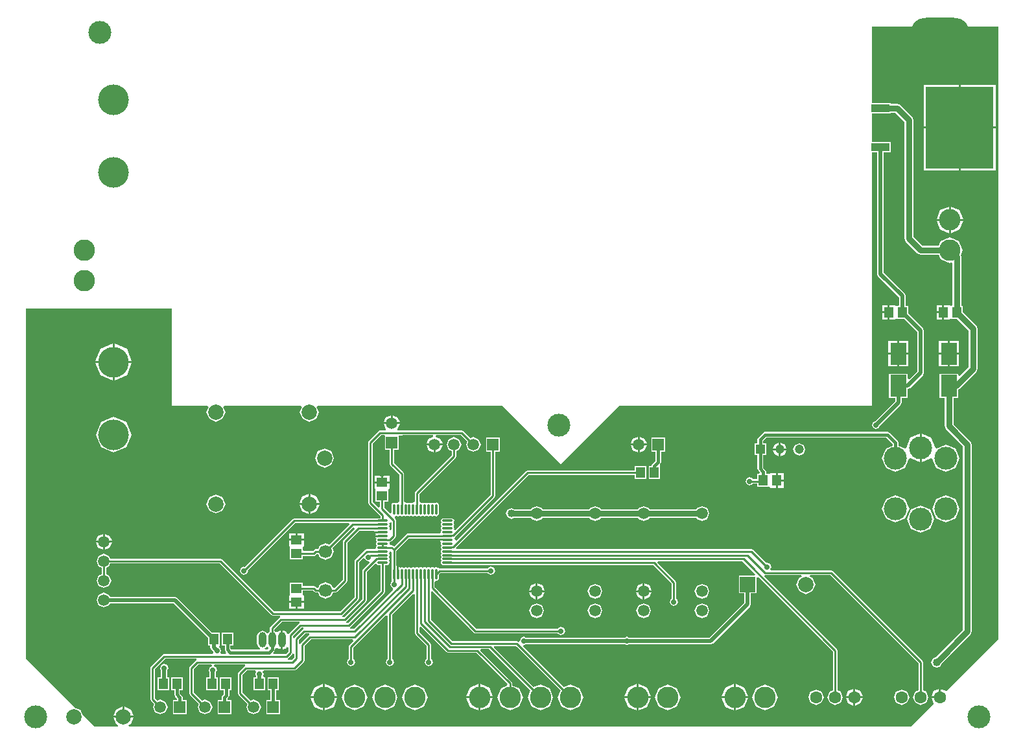
<source format=gtl>
%FSTAX25Y25*%
%MOIN*%
G70*
G01*
G75*
G04 Layer_Physical_Order=1*
G04 Layer_Color=255*
%ADD10R,0.04724X0.05512*%
%ADD11R,0.35039X0.41929*%
%ADD12R,0.09449X0.04134*%
%ADD13R,0.05512X0.04724*%
%ADD14R,0.08465X0.11221*%
%ADD15O,0.01181X0.05709*%
%ADD16O,0.05709X0.01181*%
%ADD17C,0.01000*%
%ADD18C,0.01500*%
%ADD19C,0.03000*%
%ADD20C,0.02000*%
%ADD21C,0.11811*%
%ADD22C,0.11000*%
%ADD23C,0.06693*%
%ADD24O,0.03937X0.07874*%
%ADD25O,0.03937X0.07874*%
%ADD26C,0.07874*%
%ADD27R,0.04724X0.04724*%
%ADD28C,0.04724*%
%ADD29C,0.15748*%
%ADD30C,0.05906*%
%ADD31R,0.05906X0.05906*%
%ADD32R,0.07874X0.07874*%
%ADD33R,0.05906X0.05906*%
%ADD34O,0.30000X0.15000*%
%ADD35C,0.06299*%
%ADD36C,0.05000*%
%ADD37C,0.04000*%
%ADD38C,0.02756*%
G36*
X051Y005D02*
X048315Y002315D01*
X0483018Y0023176D01*
X0480342Y0024284D01*
Y002D01*
X0479843D01*
Y00195D01*
X0475558D01*
X0476667Y0016824D01*
X0476693Y0016693D01*
X0473Y0013D01*
X0465Y0005D01*
X006288D01*
X0062724Y0005785D01*
X0063779Y0006221D01*
X0065137Y00095D01*
X0054863D01*
X0056221Y0006221D01*
X0057276Y0005785D01*
X005712Y0005D01*
X0045D01*
X003884Y001116D01*
X0037882Y0013473D01*
X003557Y001443D01*
X0034Y0016D01*
X001Y004D01*
Y022D01*
X0085D01*
Y017D01*
X0103351D01*
X0103796Y0169335D01*
X0102672Y0166622D01*
X010411Y0163149D01*
X0107583Y0161711D01*
X0111055Y0163149D01*
X0112494Y0166622D01*
X011137Y0169335D01*
X0111814Y017D01*
X0151383D01*
X0151827Y0169335D01*
X0150703Y0166622D01*
X0152142Y0163149D01*
X0155614Y0161711D01*
X0159087Y0163149D01*
X0160525Y0166622D01*
X0159401Y0169335D01*
X0159846Y017D01*
X0255D01*
X026Y0165D01*
X0285Y014D01*
X0315Y017D01*
X0445D01*
Y0300333D01*
X0447497D01*
Y0237772D01*
X0448004Y0236547D01*
X0458811Y0225739D01*
Y0221921D01*
X0458246Y0221356D01*
X0457619D01*
X0457581Y0221356D01*
X0456819Y0221447D01*
Y0221756D01*
X0453957D01*
Y0218D01*
Y0214244D01*
X0456819D01*
Y0214553D01*
X0456819D01*
X0457581Y0214644D01*
X0457619Y0214644D01*
X046145D01*
X0468268Y0207826D01*
Y0187717D01*
X0464071Y018352D01*
X0463332Y0183827D01*
Y0186442D01*
X0453668D01*
Y0174022D01*
X0456768D01*
Y0172217D01*
X0446474Y0161923D01*
X0445486Y0161514D01*
X0444859Y016D01*
X0445486Y0158486D01*
X0447Y0157859D01*
X0448514Y0158486D01*
X0448923Y0159474D01*
X0459725Y0170275D01*
X0460232Y01715D01*
X0460232Y01715D01*
Y0174022D01*
X0463332D01*
Y0178542D01*
X0464457Y0179008D01*
X0471225Y0185775D01*
X0471732Y0187D01*
Y0208543D01*
X0471225Y0209768D01*
X0463506Y0217487D01*
Y0221356D01*
X0462275D01*
Y0226457D01*
X0461768Y0227681D01*
X045096Y0238489D01*
Y0300333D01*
X0454553D01*
Y0305667D01*
X0445D01*
Y0320333D01*
X0454553D01*
Y0320727D01*
X0457058D01*
X0461727Y0316058D01*
Y0256D01*
X0462393Y0254393D01*
X0468393Y0248393D01*
X047Y0247727D01*
X0479339D01*
X0480331Y0245331D01*
X0485Y0243397D01*
X0485605Y0243648D01*
X048627Y0243203D01*
Y0221921D01*
X0485841Y0221493D01*
X0485605Y0221414D01*
X0484819Y0221756D01*
Y0221756D01*
X0481957D01*
Y0218D01*
Y0214244D01*
X0484819D01*
Y0214553D01*
X0484819D01*
X0485581Y0214644D01*
X0485619Y0214644D01*
X0488685D01*
X0494727Y0208602D01*
Y0189942D01*
X0490071Y0185286D01*
X0489332Y0185592D01*
Y0186442D01*
X0479668D01*
Y0174022D01*
X0482227D01*
Y01595D01*
X0482893Y0157893D01*
X0491727Y0149058D01*
Y0054784D01*
X0477474Y0040531D01*
X0476167Y003999D01*
X0475343Y0038D01*
X0476167Y003601D01*
X0478158Y0035186D01*
X0480147Y003601D01*
X0480689Y0037317D01*
X0495607Y0052235D01*
X0496273Y0053843D01*
X0496273Y0053843D01*
Y015D01*
X0495607Y0151607D01*
X0486773Y0160442D01*
Y0174022D01*
X0489332D01*
Y0178415D01*
X048984Y0178625D01*
X0498607Y0187393D01*
X0499273Y0189D01*
Y0209543D01*
X0499273Y0209543D01*
X0498607Y0211151D01*
X0491505Y0218252D01*
Y0221356D01*
X0490816D01*
Y0246457D01*
X0490816Y0246457D01*
X0490476Y0247279D01*
X0491603Y025D01*
X0489669Y0254669D01*
X0485Y0256603D01*
X0480331Y0254669D01*
X0479339Y0252273D01*
X0470942D01*
X0466273Y0256942D01*
Y0317D01*
X0465607Y0318607D01*
X0459607Y0324607D01*
X0458Y0325273D01*
X0454553D01*
Y0325667D01*
X0445D01*
Y0365D01*
X0473481D01*
X0473926Y0364335D01*
X0472959Y0362D01*
X0475021Y0357021D01*
X048Y0354959D01*
X0484979Y0357021D01*
X0487042Y0362D01*
X0486074Y0364335D01*
X0486519Y0365D01*
X051D01*
Y005D01*
D02*
G37*
%LPC*%
G36*
X0081Y0037141D02*
X0079486Y0036514D01*
X0078859Y0035D01*
X0079268Y0034012D01*
Y0030356D01*
X0077494D01*
Y0023644D01*
X0083419D01*
Y0030356D01*
X0082732D01*
Y0034012D01*
X0083141Y0035D01*
X0082514Y0036514D01*
X0081Y0037141D01*
D02*
G37*
G36*
X0479343Y0024284D02*
X0476667Y0023176D01*
X0475558Y00205D01*
X0479343D01*
Y0024284D01*
D02*
G37*
G36*
X0436342D02*
Y00205D01*
X0440127D01*
X0439018Y0023176D01*
X0436342Y0024284D01*
D02*
G37*
G36*
X00495Y00995D02*
X0045929D01*
X0046975Y0096975D01*
X00495Y0095929D01*
Y00995D01*
D02*
G37*
G36*
X0152756Y0068457D02*
X01495D01*
Y0065595D01*
X0152756D01*
Y0068457D01*
D02*
G37*
G36*
X01485D02*
X0145244D01*
Y0065595D01*
X01485D01*
Y0068457D01*
D02*
G37*
G36*
X0324909Y0026828D02*
Y00205D01*
X0331238D01*
X0329384Y0024975D01*
X0324909Y0026828D01*
D02*
G37*
G36*
X0323909D02*
X0319435Y0024975D01*
X0317581Y00205D01*
X0323909D01*
Y0026828D01*
D02*
G37*
G36*
X0243728D02*
Y00205D01*
X0250057D01*
X0248203Y0024975D01*
X0243728Y0026828D01*
D02*
G37*
G36*
X0435343Y0024284D02*
X0432667Y0023176D01*
X0431558Y00205D01*
X0435343D01*
Y0024284D01*
D02*
G37*
G36*
X0374909Y0026828D02*
Y00205D01*
X0381238D01*
X0379384Y0024975D01*
X0374909Y0026828D01*
D02*
G37*
G36*
X0373909D02*
X0369435Y0024975D01*
X0367581Y00205D01*
X0373909D01*
Y0026828D01*
D02*
G37*
G36*
X0155114Y0118878D02*
X0150477D01*
X0151836Y0115599D01*
X0155114Y0114241D01*
Y0118878D01*
D02*
G37*
G36*
X0482945Y0124096D02*
X0477966Y0122034D01*
X0475904Y0117055D01*
X0477966Y0112076D01*
X0482945Y0110013D01*
X0487924Y0112076D01*
X0489987Y0117055D01*
X0487924Y0122034D01*
X0482945Y0124096D01*
D02*
G37*
G36*
X0457055D02*
X0452076Y0122034D01*
X0450013Y0117055D01*
X0452076Y0112076D01*
X0457055Y0110013D01*
X0462034Y0112076D01*
X0464096Y0117055D01*
X0462034Y0122034D01*
X0457055Y0124096D01*
D02*
G37*
G36*
X03575Y0118345D02*
X0354781Y0117219D01*
X0354596Y0116773D01*
X0330404D01*
X0330219Y0117219D01*
X03275Y0118345D01*
X0324781Y0117219D01*
X0324596Y0116773D01*
X0305404D01*
X0305219Y0117219D01*
X03025Y0118345D01*
X0299781Y0117219D01*
X0299596Y0116773D01*
X0275404D01*
X0275219Y0117219D01*
X02725Y0118345D01*
X0269781Y0117219D01*
X0269596Y0116773D01*
X0260806D01*
X02595Y0117314D01*
X025751Y011649D01*
X0256686Y01145D01*
X025751Y011251D01*
X02595Y0111686D01*
X0260806Y0112227D01*
X0269596D01*
X0269781Y0111781D01*
X02725Y0110655D01*
X0275219Y0111781D01*
X0275404Y0112227D01*
X0299596D01*
X0299781Y0111781D01*
X03025Y0110655D01*
X0305219Y0111781D01*
X0305404Y0112227D01*
X0324596D01*
X0324781Y0111781D01*
X03275Y0110655D01*
X0330219Y0111781D01*
X0330404Y0112227D01*
X0354596D01*
X0354781Y0111781D01*
X03575Y0110655D01*
X0360219Y0111781D01*
X0361345Y01145D01*
X0360219Y0117219D01*
X03575Y0118345D01*
D02*
G37*
G36*
X0107583Y0124289D02*
X010411Y012285D01*
X0102672Y0119378D01*
X010411Y0115905D01*
X0107583Y0114467D01*
X0111055Y0115905D01*
X0112494Y0119378D01*
X0111055Y012285D01*
X0107583Y0124289D01*
D02*
G37*
G36*
X0160751Y0118878D02*
X0156114D01*
Y0114241D01*
X0159393Y0115599D01*
X0160751Y0118878D01*
D02*
G37*
G36*
X00505Y0104071D02*
Y01005D01*
X0054071D01*
X0053025Y0103025D01*
X00505Y0104071D01*
D02*
G37*
G36*
X00495D02*
X0046975Y0103025D01*
X0045929Y01005D01*
X00495D01*
Y0104071D01*
D02*
G37*
G36*
X0054071Y00995D02*
X00505D01*
Y0095929D01*
X0053025Y0096975D01*
X0054071Y00995D01*
D02*
G37*
G36*
X047Y0118734D02*
X0465021Y0116672D01*
X0462958Y0111693D01*
X0465021Y0106714D01*
X047Y0104651D01*
X0474979Y0106714D01*
X0477041Y0111693D01*
X0474979Y0116672D01*
X047Y0118734D01*
D02*
G37*
G36*
X0152756Y0104405D02*
X01495D01*
Y0101543D01*
X0152756D01*
Y0104405D01*
D02*
G37*
G36*
X01485D02*
X0145244D01*
Y0101543D01*
X01485D01*
Y0104405D01*
D02*
G37*
G36*
X0242728Y0026828D02*
X0238253Y0024975D01*
X02364Y00205D01*
X0242728D01*
Y0026828D01*
D02*
G37*
G36*
X0250057Y00195D02*
X0243728D01*
Y0013172D01*
X0248203Y0015025D01*
X0250057Y00195D01*
D02*
G37*
G36*
X0242728D02*
X02364D01*
X0238253Y0015025D01*
X0242728Y0013172D01*
Y00195D01*
D02*
G37*
G36*
X0170057D02*
X0163728D01*
Y0013172D01*
X0168203Y0015025D01*
X0170057Y00195D01*
D02*
G37*
G36*
X0373909D02*
X0367581D01*
X0369435Y0015025D01*
X0373909Y0013172D01*
Y00195D01*
D02*
G37*
G36*
X0331238D02*
X0324909D01*
Y0013172D01*
X0329384Y0015025D01*
X0331238Y00195D01*
D02*
G37*
G36*
X0323909D02*
X0317581D01*
X0319435Y0015025D01*
X0323909Y0013172D01*
Y00195D01*
D02*
G37*
G36*
X0090505Y0030356D02*
X0084581D01*
Y0023644D01*
X0086082D01*
Y0021457D01*
X0086082Y0021457D01*
X008651Y0020424D01*
X0087539Y0019395D01*
Y0018553D01*
X0085447D01*
Y0011447D01*
X0092553D01*
Y0018553D01*
X0090461D01*
Y002D01*
X0090461Y002D01*
X0090033Y0021033D01*
X0089004Y0022062D01*
Y0023644D01*
X0090505D01*
Y0030356D01*
D02*
G37*
G36*
X00605Y0015137D02*
Y00105D01*
X0065137D01*
X0063779Y0013779D01*
X00605Y0015137D01*
D02*
G37*
G36*
X00595D02*
X0056221Y0013779D01*
X0054863Y00105D01*
X00595D01*
Y0015137D01*
D02*
G37*
G36*
X0162728Y00195D02*
X01564D01*
X0158254Y0015025D01*
X0162728Y0013172D01*
Y00195D01*
D02*
G37*
G36*
X0140006Y0030356D02*
X0134081D01*
Y0023644D01*
X0135539D01*
Y0018553D01*
X0133447D01*
Y0011447D01*
X0140553D01*
Y0018553D01*
X0138461D01*
Y0023644D01*
X0140006D01*
Y0030356D01*
D02*
G37*
G36*
X0115506D02*
X0109581D01*
Y0023644D01*
X0111539D01*
Y0021605D01*
X0110967Y0021033D01*
X0110539Y002D01*
X0110539Y002D01*
Y0018553D01*
X0108447D01*
Y0011447D01*
X0115553D01*
Y0018553D01*
X0113461D01*
Y0019395D01*
X0114033Y0019967D01*
X0114033Y0019967D01*
X0114461Y0021D01*
Y0023644D01*
X0115506D01*
Y0030356D01*
D02*
G37*
G36*
X0416157Y0024058D02*
X0413288Y002287D01*
X0412099Y002D01*
X0413288Y001713D01*
X0416157Y0015942D01*
X0419027Y001713D01*
X0420216Y002D01*
X0419027Y002287D01*
X0416157Y0024058D01*
D02*
G37*
G36*
X0440127Y00195D02*
X0436342D01*
Y0015716D01*
X0439018Y0016824D01*
X0440127Y00195D01*
D02*
G37*
G36*
X0435343D02*
X0431558D01*
X0432667Y0016824D01*
X0435343Y0015716D01*
Y00195D01*
D02*
G37*
G36*
X0163728Y0026828D02*
Y00205D01*
X0170057D01*
X0168203Y0024975D01*
X0163728Y0026828D01*
D02*
G37*
G36*
X0162728D02*
X0158254Y0024975D01*
X01564Y00205D01*
X0162728D01*
Y0026828D01*
D02*
G37*
G36*
X0460157Y0024058D02*
X0457288Y002287D01*
X0456099Y002D01*
X0457288Y001713D01*
X0460157Y0015942D01*
X0463027Y001713D01*
X0464216Y002D01*
X0463027Y002287D01*
X0460157Y0024058D01*
D02*
G37*
G36*
X0194409Y0026603D02*
X0189741Y0024669D01*
X0187807Y002D01*
X0189741Y0015331D01*
X0194409Y0013397D01*
X0199078Y0015331D01*
X0201012Y002D01*
X0199078Y0024669D01*
X0194409Y0026603D01*
D02*
G37*
G36*
X0178819D02*
X017415Y0024669D01*
X0172216Y002D01*
X017415Y0015331D01*
X0178819Y0013397D01*
X0183488Y0015331D01*
X0185422Y002D01*
X0183488Y0024669D01*
X0178819Y0026603D01*
D02*
G37*
G36*
X0381238Y00195D02*
X0374909D01*
Y0013172D01*
X0379384Y0015025D01*
X0381238Y00195D01*
D02*
G37*
G36*
X039Y0026603D02*
X0385331Y0024669D01*
X0383397Y002D01*
X0385331Y0015331D01*
X039Y0013397D01*
X0394669Y0015331D01*
X0396603Y002D01*
X0394669Y0024669D01*
X039Y0026603D01*
D02*
G37*
G36*
X034D02*
X0335331Y0024669D01*
X0333397Y002D01*
X0335331Y0015331D01*
X034Y0013397D01*
X0344669Y0015331D01*
X0346603Y002D01*
X0344669Y0024669D01*
X034Y0026603D01*
D02*
G37*
G36*
X021D02*
X0205331Y0024669D01*
X0203397Y002D01*
X0205331Y0015331D01*
X021Y0013397D01*
X0214669Y0015331D01*
X0216603Y002D01*
X0214669Y0024669D01*
X021Y0026603D01*
D02*
G37*
G36*
X0155114Y0124515D02*
X0151836Y0123156D01*
X0150477Y0119878D01*
X0155114D01*
Y0124515D01*
D02*
G37*
G36*
X0489732Y0196268D02*
X0485D01*
Y0190157D01*
X0489732D01*
Y0196268D01*
D02*
G37*
G36*
X00545Y02018D02*
X0048208Y0199193D01*
X0045602Y0192902D01*
X00545D01*
Y02018D01*
D02*
G37*
G36*
X0484Y0196268D02*
X0479268D01*
Y0190157D01*
X0484D01*
Y0196268D01*
D02*
G37*
G36*
X0458D02*
X0453268D01*
Y0190157D01*
X0458D01*
Y0196268D01*
D02*
G37*
G36*
X0463732D02*
X0459D01*
Y0190157D01*
X0463732D01*
Y0196268D01*
D02*
G37*
G36*
X00555Y02018D02*
Y0192902D01*
X0064398D01*
X0061792Y0199193D01*
X00555Y02018D01*
D02*
G37*
G36*
X0463732Y0203378D02*
X0459D01*
Y0197268D01*
X0463732D01*
Y0203378D01*
D02*
G37*
G36*
X0484D02*
X0479268D01*
Y0197268D01*
X0484D01*
Y0203378D01*
D02*
G37*
G36*
X0055Y0164172D02*
X0048514Y0161486D01*
X0045828Y0155D01*
X0048514Y0148514D01*
X0055Y0145828D01*
X0061486Y0148514D01*
X0064172Y0155D01*
X0061486Y0161486D01*
X0055Y0164172D01*
D02*
G37*
G36*
X0458Y0203378D02*
X0453268D01*
Y0197268D01*
X0458D01*
Y0203378D01*
D02*
G37*
G36*
X03245Y01495D02*
X0320929D01*
X0321975Y0146975D01*
X03245Y0145929D01*
Y01495D01*
D02*
G37*
G36*
X0064398Y0191902D02*
X00555D01*
Y0183003D01*
X0061792Y018561D01*
X0064398Y0191902D01*
D02*
G37*
G36*
X0202071Y01605D02*
X0193929D01*
X0194975Y0157975D01*
X0194777Y0157191D01*
X0192D01*
X0191158Y0156842D01*
X0186158Y0151842D01*
X0185809Y0151D01*
Y012D01*
X0186158Y0119158D01*
X0192175Y0113141D01*
Y0112115D01*
X0191102D01*
X0190866Y0112017D01*
X0147827D01*
X0146985Y0111669D01*
X0122323Y0087007D01*
X0122Y0087141D01*
X0120486Y0086514D01*
X0119859Y0085D01*
X0120486Y0083486D01*
X0122Y0082859D01*
X0123514Y0083486D01*
X0124141Y0085D01*
X0124007Y0085323D01*
X014832Y0109636D01*
X0175907D01*
X0176213Y0108897D01*
X016583Y0098514D01*
X0164Y0099272D01*
X0160979Y009802D01*
X0160222Y0096191D01*
X0159D01*
X0158158Y0095842D01*
X0157464Y0095147D01*
X0152922D01*
X0152356Y0095713D01*
Y0096881D01*
X0152356Y0096919D01*
X0152447Y0097681D01*
X0152756D01*
Y0100543D01*
X0145244D01*
Y0097681D01*
X0145553D01*
Y0097681D01*
X0145644Y0096919D01*
X0145644Y0096881D01*
Y0090995D01*
X0152356D01*
Y0092766D01*
X0157957D01*
X0158799Y0093115D01*
X0159482Y0093799D01*
X0160257Y0093723D01*
X0160979Y009198D01*
X0164Y0090728D01*
X016702Y009198D01*
X0168272Y0095D01*
X0167514Y009683D01*
X01782Y0107516D01*
X0178645Y010746D01*
X0178935Y0106618D01*
X0173158Y0100842D01*
X0172809Y01D01*
Y0080493D01*
X0168517Y0076201D01*
X0167743Y0076277D01*
X016702Y0078021D01*
X0164Y0079272D01*
X0160979Y0078021D01*
X0160257Y0076277D01*
X0159482Y0076201D01*
X0158799Y0076885D01*
X0157957Y0077234D01*
X0152356D01*
Y0079006D01*
X0145644D01*
Y0073119D01*
X0145644Y0073081D01*
X0145553Y0072319D01*
X0145244D01*
Y0069457D01*
X0152756D01*
Y0072319D01*
X0152447D01*
Y0072319D01*
X0152356Y0073081D01*
X0152356Y0073119D01*
Y0074853D01*
X0157464D01*
X0158158Y0074158D01*
X0159Y0073809D01*
X0160222D01*
X0160979Y007198D01*
X0164Y0070728D01*
X016702Y007198D01*
X0167778Y0073809D01*
X0169D01*
X0169842Y0074158D01*
X0174842Y0079158D01*
X0175191Y008D01*
Y0099507D01*
X0181383Y0105699D01*
X0188983D01*
X0189169Y0105421D01*
X0193366D01*
Y0104421D01*
X0189588D01*
X0189788Y0103937D01*
X0189588Y0103453D01*
X0193366D01*
Y0102453D01*
X0189588D01*
X0189885Y0101735D01*
X019009Y0101651D01*
X0189814Y0100984D01*
X0189937Y0100688D01*
X0190167Y01D01*
X0189937Y0099313D01*
X0189814Y0099016D01*
X0189937Y0098719D01*
X0190167Y0098032D01*
X0189937Y0097344D01*
X0189814Y0097047D01*
X018986Y0096935D01*
X0189416Y0096269D01*
X0185079D01*
X0184237Y0095921D01*
X0179158Y0090842D01*
X0178809Y009D01*
Y0071493D01*
X0171507Y0064191D01*
X0137493D01*
X0110842Y0090842D01*
X011Y0091191D01*
X0053352D01*
X0052719Y0092719D01*
X005Y0093845D01*
X0047281Y0092719D01*
X0046154Y009D01*
X0047281Y0087281D01*
X0048809Y0086648D01*
Y0083352D01*
X0047281Y0082719D01*
X0046154Y008D01*
X0047281Y0077281D01*
X005Y0076155D01*
X0052719Y0077281D01*
X0053846Y008D01*
X0052719Y0082719D01*
X0051191Y0083352D01*
Y0086648D01*
X0052719Y0087281D01*
X0053352Y0088809D01*
X0109507D01*
X0136158Y0062158D01*
X0137Y0061809D01*
X0140403D01*
X0140562Y0061009D01*
X0140158Y0060842D01*
X0135658Y0056342D01*
X0135309Y00555D01*
Y0053755D01*
X0134534Y0053434D01*
X01344Y005311D01*
X01336D01*
X0133466Y0053434D01*
X01315Y0054249D01*
X0129534Y0053434D01*
X012872Y0051468D01*
Y0047531D01*
X0129534Y0045566D01*
X0130269Y0045261D01*
X013011Y0044461D01*
X0115605D01*
X0115005Y0045062D01*
Y0046644D01*
X0116506D01*
Y0053356D01*
X0110581D01*
Y0046644D01*
X0112082D01*
Y0044457D01*
X0112082Y0044457D01*
X011251Y0043424D01*
X0113004Y004293D01*
X0112698Y0042191D01*
X0110344D01*
X0109809Y0042991D01*
X0110227Y0044D01*
X01096Y0045514D01*
X0109125Y0045711D01*
X0109105Y0045844D01*
X0109419Y0046644D01*
X0109419D01*
Y0053356D01*
X010555D01*
X0087681Y0071225D01*
X0086457Y0071732D01*
X0053128D01*
X0052719Y0072719D01*
X005Y0073845D01*
X0047281Y0072719D01*
X0046154Y007D01*
X0047281Y0067281D01*
X005Y0066154D01*
X0052719Y0067281D01*
X0053128Y0068268D01*
X0085739D01*
X0103495Y0050513D01*
Y0046644D01*
X0104725D01*
Y004563D01*
X0105232Y0044405D01*
X0106164Y0043474D01*
X0106364Y0042991D01*
X0105829Y0042191D01*
X0081D01*
X0080158Y0041842D01*
X0074158Y0035842D01*
X0073809Y0035D01*
Y0019D01*
X0074158Y0018158D01*
X0075788Y0016529D01*
X0075155Y0015D01*
X0076281Y0012281D01*
X0079Y0011154D01*
X0081719Y0012281D01*
X0082845Y0015D01*
X0081719Y0017719D01*
X0079Y0018845D01*
X0077471Y0018212D01*
X0076191Y0019493D01*
Y0034507D01*
X0081493Y0039809D01*
X0097403D01*
X0097562Y0039009D01*
X0097158Y0038842D01*
X0094158Y0035842D01*
X0093809Y0035D01*
Y0022D01*
X0094158Y0021158D01*
X0098788Y0016529D01*
X0098154Y0015D01*
X0099281Y0012281D01*
X0102Y0011154D01*
X0104719Y0012281D01*
X0105845Y0015D01*
X0104719Y0017719D01*
X0102Y0018845D01*
X0100471Y0018212D01*
X0096191Y0022493D01*
Y0034507D01*
X0098493Y0036809D01*
X0104936D01*
X0105592Y0036463D01*
X0105573Y0035964D01*
X010489Y0035681D01*
X0104486Y0035514D01*
X0103859Y0034D01*
X0104268Y0033012D01*
Y0030356D01*
X0102495D01*
Y0023644D01*
X0108419D01*
Y0030356D01*
X0107732D01*
Y0033012D01*
X0108141Y0034D01*
X0107514Y0035514D01*
X010711Y0035681D01*
X0106427Y0035964D01*
X0106408Y0036463D01*
X0107064Y0036809D01*
X0122403D01*
X0122562Y0036009D01*
X0122158Y0035842D01*
X0119158Y0032842D01*
X0118809Y0032D01*
Y0022D01*
X0119158Y0021158D01*
X0123788Y0016529D01*
X0123154Y0015D01*
X0124281Y0012281D01*
X0127Y0011154D01*
X0129719Y0012281D01*
X0130845Y0015D01*
X0129719Y0017719D01*
X0127Y0018845D01*
X0125471Y0018212D01*
X0121191Y0022493D01*
Y0031507D01*
X0123493Y0033809D01*
X0127743D01*
X0128277Y0033009D01*
X0127859Y0032D01*
X0128225Y0031117D01*
Y0030356D01*
X0126995D01*
Y0023644D01*
X0132919D01*
Y0030356D01*
X0132182D01*
X0131791Y0031156D01*
X0132141Y0032D01*
X0131723Y0033009D01*
X0132257Y0033809D01*
X0148D01*
X0148842Y0034158D01*
X0152842Y0038158D01*
X0152944Y0038405D01*
X0153191Y0039D01*
Y0046507D01*
X0156493Y0049809D01*
X0177994D01*
X0178326Y0049009D01*
X0176158Y0046842D01*
X0175809Y0046D01*
Y0039648D01*
X0175486Y0039514D01*
X0174859Y0038D01*
X0175486Y0036486D01*
X0177Y0035859D01*
X0178514Y0036486D01*
X0179141Y0038D01*
X0178514Y0039514D01*
X0178191Y0039648D01*
Y0045507D01*
X0195009Y0062326D01*
X0195809Y0061994D01*
Y0039648D01*
X0195486Y0039514D01*
X0194859Y0038D01*
X0195486Y0036486D01*
X0197Y0035859D01*
X0198514Y0036486D01*
X0199141Y0038D01*
X0198514Y0039514D01*
X0198191Y0039648D01*
Y0062507D01*
X0209054Y0073371D01*
X0209794Y0073065D01*
Y0053016D01*
X0210142Y0052174D01*
X0215809Y0046507D01*
Y0039648D01*
X0215486Y0039514D01*
X0214859Y0038D01*
X0215486Y0036486D01*
X0217Y0035859D01*
X0218514Y0036486D01*
X0219141Y0038D01*
X0218514Y0039514D01*
X0218191Y0039648D01*
Y0047D01*
X0217842Y0047842D01*
X0212175Y0053509D01*
Y0056096D01*
X0212914Y0056402D01*
X0226158Y0043158D01*
X0227Y0042809D01*
X0241507D01*
X0257468Y0026849D01*
X0257361Y0025999D01*
X025415Y0024669D01*
X0252216Y002D01*
X025415Y0015331D01*
X0258819Y0013397D01*
X0263488Y0015331D01*
X0265422Y002D01*
X0263488Y0024669D01*
X026001Y0026109D01*
Y0027181D01*
X0259661Y0028023D01*
X0243614Y004407D01*
X024392Y0044809D01*
X0247916D01*
X0269248Y0023478D01*
X0267807Y002D01*
X0269741Y0015331D01*
X027441Y0013397D01*
X0279078Y0015331D01*
X0281012Y002D01*
X0279078Y0024669D01*
X027441Y0026603D01*
X0270931Y0025162D01*
X0250423Y004567D01*
X0250729Y0046409D01*
X0261907D01*
X0284838Y0023478D01*
X0283397Y002D01*
X0285331Y0015331D01*
X029Y0013397D01*
X0294669Y0015331D01*
X0296603Y002D01*
X0294669Y0024669D01*
X029Y0026603D01*
X0286522Y0025162D01*
X0265472Y0046212D01*
X0265925Y004689D01*
X0266Y0046859D01*
X0266988Y0047268D01*
X0318012D01*
X0319Y0046859D01*
X0319988Y0047268D01*
X0362D01*
X0363225Y0047775D01*
X0382221Y0066772D01*
X0382728Y0067996D01*
Y0073463D01*
X0385533D01*
Y0081652D01*
X0386333Y0081983D01*
X0424809Y0043507D01*
Y0023565D01*
X042313Y002287D01*
X0421942Y002D01*
X042313Y001713D01*
X0426Y0015942D01*
X042887Y001713D01*
X0430058Y002D01*
X042887Y002287D01*
X0427191Y0023565D01*
Y0044D01*
X0426944Y0044595D01*
X0426842Y0044842D01*
X0389557Y0082127D01*
X0389989Y0082792D01*
X0390006Y0082809D01*
X0408622D01*
X0408778Y0082025D01*
X0407445Y0081472D01*
X0406006Y0078D01*
X0407445Y0074528D01*
X0410917Y0073089D01*
X041439Y0074528D01*
X0415828Y0078D01*
X041439Y0081472D01*
X0413057Y0082025D01*
X0413213Y0082809D01*
X0423507D01*
X0468809Y0037507D01*
Y0023565D01*
X046713Y002287D01*
X0465941Y002D01*
X046713Y001713D01*
X047Y0015942D01*
X047287Y001713D01*
X0474058Y002D01*
X047287Y002287D01*
X0471191Y0023565D01*
Y0038D01*
X0470944Y0038595D01*
X0470842Y0038842D01*
X0424842Y0084842D01*
X0424Y0085191D01*
X0393257D01*
X0392723Y0085991D01*
X0393141Y0087D01*
X0392514Y0088514D01*
X0391Y0089141D01*
X0390677Y0089007D01*
X0383763Y0095921D01*
X0382921Y0096269D01*
X0231357D01*
X0231026Y0097069D01*
X0268266Y0134309D01*
X0322994D01*
Y0132144D01*
X0328919D01*
Y0138856D01*
X0322994D01*
Y0136691D01*
X0267773D01*
X0266931Y0136342D01*
X0231358Y0100769D01*
X0231358Y0100769D01*
X0230567Y010111D01*
X0230374Y0101577D01*
X023044Y0102389D01*
X0230706Y0102655D01*
X0230706Y0102655D01*
X023087Y010282D01*
X0250842Y0122791D01*
X0250944Y0123038D01*
X0251191Y0123633D01*
Y0146447D01*
X0253553D01*
Y0153553D01*
X0246447D01*
Y0146447D01*
X0248809D01*
Y0124126D01*
X0230684Y0106D01*
X0230006Y0106454D01*
X0230186Y010689D01*
X0230063Y0107187D01*
X0229833Y0107874D01*
X0230063Y0108562D01*
X0230186Y0108858D01*
X0230063Y0109155D01*
X0229833Y0109843D01*
X0230063Y011053D01*
X0230186Y0110827D01*
X0229809Y0111738D01*
X0228898Y0112115D01*
X022437D01*
X0223459Y0111738D01*
X0223081Y0110827D01*
X0223204Y011053D01*
X0223434Y0109843D01*
X0223204Y0109155D01*
X0223081Y0108858D01*
X0223204Y0108562D01*
X0223434Y0107874D01*
X0223204Y0107187D01*
X0223081Y010689D01*
X0223459Y0105979D01*
X0223459Y0105833D01*
X0223081Y0104921D01*
X0223128Y0104809D01*
X0222684Y0104143D01*
X0206299D01*
X0205457Y0103795D01*
X0199173Y0097511D01*
X0198795Y0097889D01*
X0197953Y0098238D01*
X0197316D01*
X0196872Y0098903D01*
X0196919Y0099016D01*
X0196745Y0099435D01*
X0196984Y0099794D01*
X0197826Y0100142D01*
X0199842Y0102158D01*
X0200191Y0103D01*
Y0111D01*
X0199842Y0111842D01*
X0199413Y0112271D01*
X0199574Y0113046D01*
X0200292Y0113389D01*
X0200845Y0113204D01*
X0201142Y0113081D01*
X0201438Y0113204D01*
X0202126Y0113434D01*
X0202813Y0113204D01*
X020311Y0113081D01*
X0203407Y0113204D01*
X0204095Y0113434D01*
X0204782Y0113204D01*
X0205079Y0113081D01*
X0205376Y0113204D01*
X0206063Y0113434D01*
X020675Y0113204D01*
X0207047Y0113081D01*
X0207344Y0113204D01*
X0208032Y0113434D01*
X0208719Y0113204D01*
X0209016Y0113081D01*
X0209313Y0113204D01*
X021Y0113434D01*
X0210687Y0113204D01*
X0210984Y0113081D01*
X0211281Y0113204D01*
X0211968Y0113434D01*
X0212656Y0113204D01*
X0212953Y0113081D01*
X0213249Y0113204D01*
X0213937Y0113434D01*
X0214625Y0113204D01*
X0214921Y0113081D01*
X0215218Y0113204D01*
X0215905Y0113434D01*
X0216593Y0113204D01*
X021689Y0113081D01*
X0217187Y0113204D01*
X0217874Y0113434D01*
X0218562Y0113204D01*
X0218858Y0113081D01*
X0219155Y0113204D01*
X0219843Y0113434D01*
X022053Y0113204D01*
X0220827Y0113081D01*
X0221738Y0113459D01*
X0222115Y011437D01*
Y0118898D01*
X0221738Y0119809D01*
X0220827Y0120186D01*
X022053Y0120063D01*
X0219843Y0119833D01*
X0219155Y0120063D01*
X0218858Y0120186D01*
X0218562Y0120063D01*
X0217874Y0119833D01*
X0217187Y0120063D01*
X021689Y0120186D01*
X0216593Y0120063D01*
X0215905Y0119833D01*
X0215218Y0120063D01*
X0214921Y0120186D01*
X0214625Y0120063D01*
X0213937Y0119833D01*
X0213249Y0120063D01*
X0212953Y0120186D01*
X021284Y012014D01*
X0212175Y0120584D01*
Y0124491D01*
X0230842Y0143158D01*
X0231191Y0144D01*
Y0146648D01*
X0232719Y0147281D01*
X0233845Y015D01*
X0232719Y0152719D01*
X023Y0153846D01*
X0227281Y0152719D01*
X0226154Y015D01*
X0227281Y0147281D01*
X0228809Y0146648D01*
Y0144493D01*
X0210142Y0125826D01*
X0209794Y0124984D01*
Y0120584D01*
X0209128Y012014D01*
X0209016Y0120186D01*
X0208719Y0120063D01*
X0208032Y0119833D01*
X0207344Y0120063D01*
X0207047Y0120186D01*
X020675Y0120063D01*
X0206063Y0119833D01*
X0205376Y0120063D01*
X0205079Y0120186D01*
X0204966Y012014D01*
X0204301Y0120584D01*
Y013489D01*
X0203952Y0135732D01*
X0199191Y0140493D01*
Y0147447D01*
X0201553D01*
Y0153957D01*
X0201553Y0154553D01*
X0202268Y0154757D01*
X0203408D01*
X0203536Y0154809D01*
X0219191D01*
X021935Y0154009D01*
X0216975Y0153025D01*
X0215929Y01505D01*
X0224071D01*
X0223025Y0153025D01*
X022065Y0154009D01*
X0220809Y0154809D01*
X0233507D01*
X0236788Y0151529D01*
X0236155Y015D01*
X0237281Y0147281D01*
X024Y0146154D01*
X0242719Y0147281D01*
X0243846Y015D01*
X0242719Y0152719D01*
X024Y0153846D01*
X0238472Y0153212D01*
X0234842Y0156842D01*
X0234Y0157191D01*
X0203461D01*
X0203334Y0157138D01*
X0201055D01*
X0200899Y0157922D01*
X0201025Y0157975D01*
X0202071Y01605D01*
D02*
G37*
G36*
X0224071Y01495D02*
X02205D01*
Y0145929D01*
X0223025Y0146975D01*
X0224071Y01495D01*
D02*
G37*
G36*
X0397Y0150932D02*
X0394927Y0150073D01*
X0394068Y0148D01*
X0397D01*
Y0150932D01*
D02*
G37*
G36*
X03245Y0154071D02*
X0321975Y0153025D01*
X0320929Y01505D01*
X03245D01*
Y0154071D01*
D02*
G37*
G36*
X0398Y0150932D02*
Y0148D01*
X0400932D01*
X0400073Y0150073D01*
X0398Y0150932D01*
D02*
G37*
G36*
X02195Y01495D02*
X0215929D01*
X0216975Y0146975D01*
X02195Y0145929D01*
Y01495D01*
D02*
G37*
G36*
X01985Y0165071D02*
Y01615D01*
X0202071D01*
X0201025Y0164025D01*
X01985Y0165071D01*
D02*
G37*
G36*
X00545Y0191902D02*
X0045602D01*
X0048208Y018561D01*
X00545Y0183003D01*
Y0191902D01*
D02*
G37*
G36*
X01975Y0165071D02*
X0194975Y0164025D01*
X0193929Y01615D01*
X01975D01*
Y0165071D01*
D02*
G37*
G36*
X0329071Y01495D02*
X03255D01*
Y0145929D01*
X0328025Y0146975D01*
X0329071Y01495D01*
D02*
G37*
G36*
X03255Y0154071D02*
Y01505D01*
X0329071D01*
X0328025Y0153025D01*
X03255Y0154071D01*
D02*
G37*
G36*
X0338553Y0153553D02*
X0331447D01*
Y0146447D01*
X0333539D01*
Y0141605D01*
X033201Y0140076D01*
X0331582Y0139043D01*
X0330843Y0138856D01*
X0330081D01*
Y0132144D01*
X0336005D01*
Y0138856D01*
X0336005D01*
X0335937Y0139643D01*
X0336033Y0139967D01*
X0336461Y0141D01*
Y0146447D01*
X0338553D01*
Y0153553D01*
D02*
G37*
G36*
X0489476Y03125D02*
X0471457D01*
Y0291035D01*
X0489476D01*
Y03125D01*
D02*
G37*
G36*
X04705Y0155575D02*
Y0148307D01*
Y014104D01*
X0475165Y0142972D01*
X0475417Y0142963D01*
X0476006Y0142698D01*
X0477966Y0137966D01*
X0482945Y0135904D01*
X0487924Y0137966D01*
X0489987Y0142945D01*
X0487924Y0147924D01*
X0482945Y0149987D01*
X0478214Y0148027D01*
X0477424Y0148428D01*
X0475285Y0153592D01*
X04705Y0155575D01*
D02*
G37*
G36*
X0453Y0156461D02*
X0453Y0156461D01*
X039D01*
X0388967Y0156033D01*
X0388967Y0156033D01*
X0386467Y0153533D01*
X0386039Y01525D01*
X0386039Y01525D01*
Y0150462D01*
X0384538D01*
Y0144538D01*
X0386039D01*
Y01375D01*
X0386039Y01375D01*
X0386467Y0136467D01*
X0387278Y0135656D01*
X038697Y0134856D01*
X0385995D01*
Y0132191D01*
X0383648D01*
X0383514Y0132514D01*
X0382Y0133141D01*
X0380486Y0132514D01*
X0379859Y0131D01*
X0380486Y0129486D01*
X0382Y0128859D01*
X0383514Y0129486D01*
X0383648Y0129809D01*
X0385995D01*
Y0128144D01*
X0391881D01*
X0391919Y0128144D01*
X0392681Y0128053D01*
Y0127744D01*
X0395543D01*
Y01315D01*
Y0135256D01*
X0392681D01*
Y0134947D01*
X0392681D01*
X0391919Y0134856D01*
X0391881Y0134856D01*
X0390418D01*
Y0136043D01*
X038999Y0137077D01*
X038999Y0137077D01*
X0388961Y0138105D01*
Y0144538D01*
X0390462D01*
Y0150462D01*
X0388961D01*
Y0151895D01*
X0390605Y0153539D01*
X0452395D01*
X0455594Y015034D01*
Y0149381D01*
X0452076Y0147924D01*
X0450013Y0142945D01*
X0452076Y0137966D01*
X0457055Y0135904D01*
X0462034Y0137966D01*
X0463994Y0142698D01*
X0464583Y0142963D01*
X0464836Y0142972D01*
X04695Y014104D01*
Y0148307D01*
Y0155575D01*
X0464715Y0153592D01*
X0462576Y0148428D01*
X0461786Y0148027D01*
X0458516Y0149381D01*
Y0150945D01*
X0458516Y0150945D01*
X0458214Y0151676D01*
X0458088Y0151978D01*
X0458088Y0151978D01*
X0454033Y0156033D01*
X0453Y0156461D01*
D02*
G37*
G36*
X0163488Y0147911D02*
X0160016Y0146472D01*
X0158577Y0143D01*
X0160016Y0139527D01*
X0163488Y0138089D01*
X0166961Y0139527D01*
X0168399Y0143D01*
X0166961Y0146472D01*
X0163488Y0147911D01*
D02*
G37*
G36*
X0399406Y0135256D02*
X0396543D01*
Y0132D01*
X0399406D01*
Y0135256D01*
D02*
G37*
G36*
X0508496Y0334964D02*
X0490476D01*
Y03135D01*
X0508496D01*
Y0334964D01*
D02*
G37*
G36*
X0156114Y0124515D02*
Y0119878D01*
X0160751D01*
X0159393Y0123156D01*
X0156114Y0124515D01*
D02*
G37*
G36*
X0399406Y0131D02*
X0396543D01*
Y0127744D01*
X0399406D01*
Y0131D01*
D02*
G37*
G36*
X0508496Y03125D02*
X0490476D01*
Y0291035D01*
X0508496D01*
Y03125D01*
D02*
G37*
G36*
X0489476Y0334964D02*
X0471457D01*
Y03135D01*
X0489476D01*
Y0334964D01*
D02*
G37*
G36*
X0397Y0147D02*
X0394068D01*
X0394927Y0144927D01*
X0397Y0144068D01*
Y0147D01*
D02*
G37*
G36*
X0452957Y0221756D02*
X0450094D01*
Y02185D01*
X0452957D01*
Y0221756D01*
D02*
G37*
G36*
X0480957Y0221756D02*
X0478094D01*
Y02185D01*
X0480957D01*
Y0221756D01*
D02*
G37*
G36*
Y02175D02*
X0478094D01*
Y0214244D01*
X0480957D01*
Y02175D01*
D02*
G37*
G36*
X0489732Y0203378D02*
X0485D01*
Y0197268D01*
X0489732D01*
Y0203378D01*
D02*
G37*
G36*
X0452957Y02175D02*
X0450094D01*
Y0214244D01*
X0452957D01*
Y02175D01*
D02*
G37*
G36*
X04845Y026509D02*
X0478171D01*
X0480025Y0260616D01*
X04845Y0258762D01*
Y026509D01*
D02*
G37*
G36*
X04075Y0150706D02*
X0405233Y0149767D01*
X0404294Y01475D01*
X0405233Y0145233D01*
X04075Y0144294D01*
X0409767Y0145233D01*
X0410706Y01475D01*
X0409767Y0149767D01*
X04075Y0150706D01*
D02*
G37*
G36*
X0400932Y0147D02*
X0398D01*
Y0144068D01*
X0400073Y0144927D01*
X0400932Y0147D01*
D02*
G37*
G36*
X04855Y0272419D02*
Y026609D01*
X0491828D01*
X0489975Y0270565D01*
X04855Y0272419D01*
D02*
G37*
G36*
X0491828Y026509D02*
X04855D01*
Y0258762D01*
X0489975Y0260616D01*
X0491828Y026509D01*
D02*
G37*
G36*
X04845Y0272419D02*
X0480025Y0270565D01*
X0478171Y026609D01*
X04845D01*
Y0272419D01*
D02*
G37*
%LPD*%
G36*
X0194447Y0154553D02*
X0194447Y0154009D01*
Y0147447D01*
X0196809D01*
Y014D01*
X0197158Y0139158D01*
X020192Y0134397D01*
Y0120584D01*
X0201254Y012014D01*
X0201142Y0120186D01*
X0200845Y0120063D01*
X0200157Y0119833D01*
X019947Y0120063D01*
X0199173Y0120186D01*
X0198262Y0119809D01*
X0197885Y0118898D01*
Y0114931D01*
X0197085Y0114599D01*
X0194191Y0117493D01*
Y0120494D01*
X0196356D01*
Y0126381D01*
X0196356Y0126419D01*
X0196447Y0127181D01*
X0196756D01*
Y0130043D01*
X0189244D01*
Y0127181D01*
X0189553D01*
Y0127181D01*
X0189644Y0126419D01*
X0189644Y0126381D01*
Y0120494D01*
X0191809D01*
Y0118006D01*
X0191009Y0117674D01*
X0188191Y0120493D01*
Y0150507D01*
X0192493Y0154809D01*
X0193754D01*
X0194447Y0154553D01*
D02*
G37*
G36*
X0190102Y0088477D02*
X0190191Y0088262D01*
X0191102Y0087885D01*
X0192175D01*
Y0074859D01*
X0175507Y0058191D01*
X0174597D01*
X0174438Y0058991D01*
X0174842Y0059158D01*
X0184842Y0069158D01*
X0185191Y007D01*
Y0084507D01*
X0189317Y0088634D01*
X0190102Y0088477D01*
D02*
G37*
G36*
X0197809Y0109872D02*
Y0106394D01*
X0197009Y0106115D01*
X0196739Y0106455D01*
X0196919Y010689D01*
X0196796Y0107187D01*
X0196566Y0107874D01*
X0196796Y0108562D01*
X0196919Y0108858D01*
X0196796Y0109155D01*
X0196611Y0109708D01*
X019664Y0109769D01*
X0197639Y0110004D01*
X0197809Y0109872D01*
D02*
G37*
G36*
X0222436Y0101484D02*
X0226634D01*
Y0100484D01*
X0222856D01*
X0223153Y0099767D01*
X0223357Y0099682D01*
X0223081Y0099016D01*
X0223204Y0098719D01*
X0223434Y0098032D01*
X0223204Y0097344D01*
X0223081Y0097047D01*
X0223459Y0096136D01*
X0223459Y009599D01*
X0223081Y0095079D01*
X0223204Y0094782D01*
X0223434Y0094095D01*
X0223204Y0093407D01*
X0223081Y009311D01*
X0223459Y0092199D01*
X0223459Y0092053D01*
X0223081Y0091142D01*
X0223204Y0090845D01*
X0223434Y0090158D01*
X0223204Y008947D01*
X0223081Y0089173D01*
X0223459Y0088262D01*
X022437Y0087885D01*
X0228898D01*
X0229134Y0087983D01*
X0332334D01*
X0341809Y0078507D01*
Y0070648D01*
X0341486Y0070514D01*
X0340859Y0069D01*
X0341486Y0067486D01*
X0343Y0066859D01*
X0344514Y0067486D01*
X0345141Y0069D01*
X0344514Y0070514D01*
X0344191Y0070648D01*
Y0079D01*
X0343842Y0079842D01*
X0334472Y0089212D01*
X0334778Y0089951D01*
X0378365D01*
X0384979Y0083337D01*
X0384648Y0082537D01*
X0376459D01*
Y0073463D01*
X0379264D01*
Y0068713D01*
X0361283Y0050732D01*
X0319988D01*
X0319Y0051141D01*
X0318012Y0050732D01*
X0266988D01*
X0266Y0051141D01*
X0264486Y0050514D01*
X0263859Y0049D01*
X026389Y0048925D01*
X0263303Y0048488D01*
X0263221Y0048451D01*
X02624Y0048791D01*
X0229156D01*
X021808Y0059866D01*
Y007419D01*
X0218819Y0074497D01*
X0240158Y0053158D01*
X0240405Y0053056D01*
X0241Y0052809D01*
X0283352D01*
X0283486Y0052486D01*
X0285Y0051859D01*
X0286514Y0052486D01*
X0287141Y0054D01*
X0286514Y0055514D01*
X0285Y0056141D01*
X0283486Y0055514D01*
X0283352Y0055191D01*
X0241493D01*
X0220049Y0076635D01*
Y0079416D01*
X0220714Y007986D01*
X0220827Y0079814D01*
X0221738Y0080191D01*
X0222115Y0081102D01*
Y0082971D01*
X0222954Y0083809D01*
X0247352D01*
X0247486Y0083486D01*
X0249Y0082859D01*
X0250514Y0083486D01*
X0251141Y0085D01*
X0250514Y0086514D01*
X0249Y0087141D01*
X0247486Y0086514D01*
X0247352Y0086191D01*
X0222461D01*
X0221764Y0086479D01*
X0221738Y0086541D01*
X0220827Y0086919D01*
X022053Y0086796D01*
X0219843Y0086566D01*
X0219155Y0086796D01*
X0218858Y0086919D01*
X0218562Y0086796D01*
X0217874Y0086566D01*
X0217187Y0086796D01*
X021689Y0086919D01*
X0216593Y0086796D01*
X0215905Y0086566D01*
X0215218Y0086796D01*
X0214921Y0086919D01*
X0214625Y0086796D01*
X0213937Y0086566D01*
X0213249Y0086796D01*
X0212953Y0086919D01*
X0212656Y0086796D01*
X0211968Y0086566D01*
X0211281Y0086796D01*
X0210984Y0086919D01*
X0210687Y0086796D01*
X021Y0086566D01*
X0209313Y0086796D01*
X0209016Y0086919D01*
X0208105Y0086541D01*
X0207958Y0086541D01*
X0207047Y0086919D01*
X0206136Y0086541D01*
X020599Y0086541D01*
X0205079Y0086919D01*
X0204168Y0086541D01*
X0204021Y0086541D01*
X020311Y0086919D01*
X0202444Y0086643D01*
X0202359Y0086847D01*
X0201642Y0087144D01*
Y0083366D01*
X0200642D01*
Y0087564D01*
X0200364Y0087749D01*
Y0095334D01*
X0206792Y0101762D01*
X0222251D01*
X0222436Y0101484D01*
D02*
G37*
G36*
X0184139Y0091324D02*
X0184486Y0090486D01*
X0186Y0089859D01*
X0186075Y008989D01*
X0186528Y0089212D01*
X0183158Y0085842D01*
X0182809Y0085D01*
Y0070493D01*
X0173507Y0061191D01*
X0172597D01*
X0172438Y0061991D01*
X0172842Y0062158D01*
X0180842Y0070158D01*
X0181191Y0071D01*
Y0089507D01*
X0183195Y0091512D01*
X0184139Y0091324D01*
D02*
G37*
G36*
X0197983Y0094565D02*
Y0085866D01*
X0197885Y008563D01*
Y0081102D01*
X0197983Y0080866D01*
Y0079576D01*
X0197833Y0079514D01*
X0197205Y0078D01*
X0197833Y0076486D01*
X019856Y0076185D01*
X0198716Y00754D01*
X0178507Y0055191D01*
X0176597D01*
X0176438Y0055991D01*
X0176842Y0056158D01*
X0194208Y0073524D01*
X0194557Y0074366D01*
Y0087885D01*
X019563D01*
X0196541Y0088262D01*
X0196919Y0089173D01*
X0196796Y008947D01*
X0196566Y0090158D01*
X0196796Y0090845D01*
X0196919Y0091142D01*
X0196541Y0092053D01*
X0196541Y0092199D01*
X0196919Y009311D01*
X0196796Y0093407D01*
X0196566Y0094095D01*
X0196796Y0094782D01*
X0196919Y0095079D01*
X0197277Y0095204D01*
X0197983Y0094565D01*
D02*
G37*
G36*
X0147809Y0042403D02*
Y0040493D01*
X0146507Y0039191D01*
X0144597D01*
X0144438Y0039991D01*
X0144842Y0040158D01*
X0146842Y0042158D01*
X0147009Y0042562D01*
X0147809Y0042403D01*
D02*
G37*
G36*
X0155562Y0052009D02*
X0155405Y0051944D01*
X0155158Y0051842D01*
X0151158Y0047842D01*
X0150991Y0047438D01*
X0150191Y0047597D01*
Y0049507D01*
X0153493Y0052809D01*
X0155403D01*
X0155562Y0052009D01*
D02*
G37*
G36*
X0134511Y0045136D02*
X0133881Y0044461D01*
X013289D01*
X0132731Y0045261D01*
X0133466Y0045566D01*
X01336Y0045889D01*
X0134313D01*
X0134511Y0045136D01*
D02*
G37*
G36*
X0150562Y0058009D02*
X0150158Y0057842D01*
X0145158Y0052842D01*
X0145084Y0052663D01*
X0144218D01*
X0143772Y005374D01*
X0142Y0054474D01*
Y00495D01*
Y0044526D01*
X0143772Y0045259D01*
X0144009Y0045833D01*
X0144809Y0045673D01*
Y0043493D01*
X0143507Y0042191D01*
X0137302D01*
X0136996Y004293D01*
X0137533Y0043467D01*
X0137961Y00445D01*
X0137961Y00445D01*
Y0044803D01*
X0138466Y0045187D01*
X0139228Y0045259D01*
X0141Y0044526D01*
Y00495D01*
Y0054474D01*
X0139228Y005374D01*
X0139205Y0053685D01*
X0138401Y005354D01*
X0137691Y0054023D01*
Y0055007D01*
X0141493Y0058809D01*
X0150403D01*
X0150562Y0058009D01*
D02*
G37*
G36*
X0152562Y0055009D02*
X0152405Y0054944D01*
X0152158Y0054842D01*
X0148158Y0050842D01*
X0147991Y0050438D01*
X0147191Y0050597D01*
Y0051507D01*
X0151493Y0055809D01*
X0152403D01*
X0152562Y0055009D01*
D02*
G37*
%LPC*%
G36*
X0327Y0078571D02*
X0324475Y0077525D01*
X0323429Y0075D01*
X0327D01*
Y0078571D01*
D02*
G37*
G36*
X0272D02*
X0269475Y0077525D01*
X0268429Y0075D01*
X0272D01*
Y0078571D01*
D02*
G37*
G36*
X0273D02*
Y0075D01*
X0276571D01*
X0275525Y0077525D01*
X0273Y0078571D01*
D02*
G37*
G36*
X01925Y0133905D02*
X0189244D01*
Y0131043D01*
X01925D01*
Y0133905D01*
D02*
G37*
G36*
X0196756D02*
X01935D01*
Y0131043D01*
X0196756D01*
Y0133905D01*
D02*
G37*
G36*
X0328Y0078571D02*
Y0075D01*
X0331571D01*
X0330525Y0077525D01*
X0328Y0078571D01*
D02*
G37*
G36*
X03575Y0078346D02*
X0354781Y0077219D01*
X0353655Y00745D01*
X0354781Y0071781D01*
X03575Y0070655D01*
X0360219Y0071781D01*
X0361345Y00745D01*
X0360219Y0077219D01*
X03575Y0078346D01*
D02*
G37*
G36*
X03275Y0068345D02*
X0324781Y0067219D01*
X0323655Y00645D01*
X0324781Y0061781D01*
X03275Y0060655D01*
X0330219Y0061781D01*
X0331345Y00645D01*
X0330219Y0067219D01*
X03275Y0068345D01*
D02*
G37*
G36*
X03575D02*
X0354781Y0067219D01*
X0353655Y00645D01*
X0354781Y0061781D01*
X03575Y0060655D01*
X0360219Y0061781D01*
X0361345Y00645D01*
X0360219Y0067219D01*
X03575Y0068345D01*
D02*
G37*
G36*
X02725D02*
X0269781Y0067219D01*
X0268654Y00645D01*
X0269781Y0061781D01*
X02725Y0060655D01*
X0275219Y0061781D01*
X0276345Y00645D01*
X0275219Y0067219D01*
X02725Y0068345D01*
D02*
G37*
G36*
X03025D02*
X0299781Y0067219D01*
X0298655Y00645D01*
X0299781Y0061781D01*
X03025Y0060655D01*
X0305219Y0061781D01*
X0306345Y00645D01*
X0305219Y0067219D01*
X03025Y0068345D01*
D02*
G37*
G36*
X0272Y0074D02*
X0268429D01*
X0269475Y0071475D01*
X0272Y0070429D01*
Y0074D01*
D02*
G37*
G36*
X0331571D02*
X0328D01*
Y0070429D01*
X0330525Y0071475D01*
X0331571Y0074D01*
D02*
G37*
G36*
X03025Y0078346D02*
X0299781Y0077219D01*
X0298655Y00745D01*
X0299781Y0071781D01*
X03025Y0070655D01*
X0305219Y0071781D01*
X0306345Y00745D01*
X0305219Y0077219D01*
X03025Y0078346D01*
D02*
G37*
G36*
X0276571Y0074D02*
X0273D01*
Y0070429D01*
X0275525Y0071475D01*
X0276571Y0074D01*
D02*
G37*
G36*
X0327D02*
X0323429D01*
X0324475Y0071475D01*
X0327Y0070429D01*
Y0074D01*
D02*
G37*
%LPD*%
D10*
X0129957Y0027D02*
D03*
X0137043D02*
D03*
X0105457D02*
D03*
X0112543D02*
D03*
X0080457D02*
D03*
X0087543D02*
D03*
X0388957Y01315D02*
D03*
X0396043D02*
D03*
X0113543Y005D02*
D03*
X0106457D02*
D03*
X0333043Y01355D02*
D03*
X0325957D02*
D03*
X0460543Y0218D02*
D03*
X0453457D02*
D03*
X0481457Y0218D02*
D03*
X0488543D02*
D03*
D11*
X0489976Y0313D02*
D03*
D12*
X0449228Y0303D02*
D03*
Y0323D02*
D03*
D13*
X0149Y0068957D02*
D03*
Y0076043D02*
D03*
X0149Y0101043D02*
D03*
Y0093957D02*
D03*
X0193Y0123457D02*
D03*
Y0130543D02*
D03*
D14*
X04845Y0196768D02*
D03*
Y0180232D02*
D03*
X04585Y0196768D02*
D03*
Y0180232D02*
D03*
D15*
X0199173Y0116634D02*
D03*
X0201142D02*
D03*
X020311D02*
D03*
X0205079D02*
D03*
X0207047D02*
D03*
X0209016D02*
D03*
X0210984D02*
D03*
X0212953D02*
D03*
X0214921D02*
D03*
X021689D02*
D03*
X0218858D02*
D03*
X0220827D02*
D03*
Y0083366D02*
D03*
X0218858D02*
D03*
X021689D02*
D03*
X0214921D02*
D03*
X0212953D02*
D03*
X0210984D02*
D03*
X0209016D02*
D03*
X0207047D02*
D03*
X0205079D02*
D03*
X020311D02*
D03*
X0201142D02*
D03*
X0199173D02*
D03*
D16*
X0226634Y0110827D02*
D03*
Y0108858D02*
D03*
Y010689D02*
D03*
Y0104921D02*
D03*
Y0102953D02*
D03*
Y0100984D02*
D03*
Y0099016D02*
D03*
Y0097047D02*
D03*
Y0095079D02*
D03*
Y009311D02*
D03*
Y0091142D02*
D03*
Y0089173D02*
D03*
X0193366D02*
D03*
Y0091142D02*
D03*
Y009311D02*
D03*
Y0095079D02*
D03*
Y0097047D02*
D03*
Y0099016D02*
D03*
Y0100984D02*
D03*
Y0102953D02*
D03*
Y0104921D02*
D03*
Y010689D02*
D03*
Y0108858D02*
D03*
Y0110827D02*
D03*
D17*
X020311Y0116634D02*
Y013489D01*
X0198Y014D02*
X020311Y013489D01*
X0198Y014D02*
Y0151D01*
X0203461Y0156D02*
X0234D01*
X0203408Y0155947D02*
X0203461Y0156D01*
X0196592Y0155947D02*
X0203408D01*
X0196539Y0156D02*
X0196592Y0155947D01*
X0192Y0156D02*
X0196539D01*
X0187Y0151D02*
X0192Y0156D01*
X0187Y012D02*
Y0151D01*
X0222461Y0085D02*
X0249D01*
X0220827Y0083366D02*
X0222461Y0085D01*
X025Y0123633D02*
Y015D01*
X0229598Y0103231D02*
X025Y0123633D01*
X0226912Y0103231D02*
X0229598D01*
X0226634Y0102953D02*
X0226912Y0103231D01*
X0206299Y0102953D02*
X0226634D01*
X0199173Y0095827D02*
X0206299Y0102953D01*
X0199173Y0078173D02*
X0199346Y0078D01*
X0199173Y0078173D02*
Y0083366D01*
Y0095827D01*
X0197953Y0097047D02*
X0199173Y0095827D01*
X0193366Y0097047D02*
X0197953D01*
X0193366D02*
Y0099016D01*
X0177858Y0108858D02*
X0193366D01*
X0164Y0095D02*
X0177858Y0108858D01*
X018089Y010689D02*
X0193366D01*
X0174Y01D02*
X018089Y010689D01*
X0174Y008D02*
Y01D01*
X0169Y0075D02*
X0174Y008D01*
X0164Y0075D02*
X0169D01*
X0159Y0095D02*
X0164D01*
X0157957Y0093957D02*
X0159Y0095D01*
X0149Y0093957D02*
X0157957D01*
X0159Y0075D02*
X0164D01*
X0157957Y0076043D02*
X0159Y0075D01*
X0149Y0076043D02*
X0157957D01*
X0193366Y0100984D02*
X0196984D01*
X0199Y0103D01*
Y0111D01*
X0193Y0117D02*
X0199Y0111D01*
X0193Y0117D02*
Y0123457D01*
X0185079Y0095079D02*
X0193366D01*
X018Y009D02*
X0185079Y0095079D01*
X011Y009D02*
X0137Y0063D01*
X005Y009D02*
X011D01*
X005Y008D02*
Y009D01*
X018711Y009311D02*
X0193366D01*
X0186Y0092D02*
X018711Y009311D01*
X0190142Y0091142D02*
X0193366D01*
X0184Y0085D02*
X0190142Y0091142D01*
X01365Y00555D02*
X0141Y006D01*
X01365Y00495D02*
Y00555D01*
X0146Y0052D02*
X0151Y0057D01*
X0146Y0043D02*
Y0052D01*
X0144Y0041D02*
X0146Y0043D01*
X0081Y0041D02*
X0144D01*
X0075Y0035D02*
X0081Y0041D01*
X0075Y0019D02*
Y0035D01*
Y0019D02*
X0079Y0015D01*
X020311Y007811D02*
Y0083366D01*
X0179Y0054D02*
X020311Y007811D01*
X0153Y0054D02*
X0179D01*
X0149Y005D02*
X0153Y0054D01*
X0149Y004D02*
Y005D01*
X0147Y0038D02*
X0149Y004D01*
X0098Y0038D02*
X0147D01*
X0095Y0035D02*
X0098Y0038D01*
X0095Y0022D02*
Y0035D01*
Y0022D02*
X0102Y0015D01*
X0205079Y0077079D02*
Y0083366D01*
X0179Y0051D02*
X0205079Y0077079D01*
X0156Y0051D02*
X0179D01*
X0152Y0047D02*
X0156Y0051D01*
X0152Y0039D02*
Y0047D01*
X0148Y0035D02*
X0152Y0039D01*
X0123Y0035D02*
X0148D01*
X012Y0032D02*
X0123Y0035D01*
X012Y0022D02*
Y0032D01*
Y0022D02*
X0127Y0015D01*
X0207047Y0076047D02*
Y0083366D01*
X0177Y0046D02*
X0207047Y0076047D01*
X0177Y0038D02*
Y0046D01*
X0197Y0038D02*
Y0063D01*
X0209016Y0075016D01*
Y0083366D01*
X0210984Y0053016D02*
Y0083366D01*
Y0053016D02*
X0217Y0047D01*
Y0038D02*
Y0047D01*
X0212953Y0058047D02*
Y0083366D01*
Y0058047D02*
X0227Y0044D01*
X0242D01*
X0258819Y0027181D01*
Y002D02*
Y0027181D01*
X0214921Y0059079D02*
Y0083366D01*
Y0059079D02*
X0228Y0046D01*
X024841D01*
X027441Y002D01*
X02624Y00476D02*
X029Y002D01*
X0228663Y00476D02*
X02624D01*
X021689Y0059373D02*
X0228663Y00476D01*
X021689Y0059373D02*
Y0083366D01*
X0218858Y0076142D02*
Y0083366D01*
Y0076142D02*
X0241Y0054D01*
X0285D01*
X0226634Y0097047D02*
X0226912Y0097325D01*
X0229598D01*
X0267773Y01355D01*
X0325957D01*
X0226634Y0095079D02*
X0382921D01*
X0391Y0087D01*
X0226634Y009311D02*
X038089D01*
X039Y0084D01*
X0424D01*
X047Y0038D01*
Y002D02*
Y0038D01*
X0226634Y0091142D02*
X0378858D01*
X0426Y0044D01*
Y002D02*
Y0044D01*
X0226634Y0089173D02*
X0332827D01*
X0343Y0079D01*
Y0069D02*
Y0079D01*
X0382Y0131D02*
X0388457D01*
X0210984Y0116634D02*
Y0124984D01*
X023Y0144D01*
Y015D01*
X0193366Y0110827D02*
Y0113634D01*
X0187Y012D02*
X0193366Y0113634D01*
X0234Y0156D02*
X024Y015D01*
X0147827Y0110827D02*
X0193366D01*
X0122Y0085D02*
X0147827Y0110827D01*
X0151Y0057D02*
X0176D01*
X0193366Y0074366D01*
Y0089173D01*
X0141Y006D02*
X0174D01*
X0184Y007D01*
Y0085D01*
X0137Y0063D02*
X0172D01*
X018Y0071D01*
Y009D01*
D18*
X0113543Y0044457D02*
Y005D01*
Y0044457D02*
X0115Y0043D01*
X0135D01*
X01365Y00445D01*
Y00495D01*
X0335Y0141D02*
Y015D01*
X0333043Y0139043D02*
X0335Y0141D01*
X0333043Y01355D02*
Y0139043D01*
X0388957Y01315D02*
Y0136043D01*
X03875Y01375D02*
X0388957Y0136043D01*
X03875Y01375D02*
Y01475D01*
Y01525D01*
X039Y0155D01*
X0453D01*
X0457055Y0150945D01*
Y0142945D02*
Y0150945D01*
X0089Y0015D02*
Y002D01*
X0087543Y0021457D02*
X0089Y002D01*
X0087543Y0021457D02*
Y0027D01*
X0112Y0015D02*
Y002D01*
X0113Y0021D01*
Y0026543D01*
X0112543Y0027D02*
X0113Y0026543D01*
X0137Y0015D02*
Y0026957D01*
D19*
X03275Y01145D02*
X03575D01*
X03025D02*
X03275D01*
X02725D02*
X03025D01*
X02595D02*
X02725D01*
X0494Y0053843D02*
Y015D01*
X0478158Y0038D02*
X0494Y0053843D01*
X04845Y01595D02*
X0494Y015D01*
X04845Y01595D02*
Y0180232D01*
X0488232D02*
X0497Y0189D01*
Y0209543D01*
X0488543Y0218D02*
X0497Y0209543D01*
X0488543Y0218D02*
Y0246457D01*
X0485Y025D02*
X0488543Y0246457D01*
X047Y025D02*
X0485D01*
X0464Y0256D02*
X047Y025D01*
X0464Y0256D02*
Y0317D01*
X0458Y0323D02*
X0464Y0317D01*
X0449228Y0323D02*
X0458D01*
D20*
X005Y007D02*
X0086457D01*
X0106457Y005D01*
X0129957Y0027D02*
Y0031957D01*
X013Y0032D01*
X0105457Y0027D02*
X0106Y0027543D01*
Y0034D01*
X0080457Y0027D02*
X0081Y0027543D01*
Y0035D01*
X0106457Y004563D02*
Y005D01*
Y004563D02*
X0108087Y0044D01*
X0319Y0049D02*
X0362D01*
X0266D02*
X0319D01*
X0362D02*
X0380996Y0067996D01*
Y0078D01*
X0447Y016D02*
X04585Y01715D01*
Y0180232D01*
X0463232D01*
X047Y0187D01*
Y0208543D01*
X0460543Y0218D02*
X047Y0208543D01*
X0460543Y0218D02*
Y0226457D01*
X0449228Y0237772D02*
X0460543Y0226457D01*
X0449228Y0237772D02*
Y0303D01*
D21*
X0284Y016D02*
D03*
X047Y0148307D02*
D03*
X0482945Y0142945D02*
D03*
X047Y0111693D02*
D03*
X0457055Y0117055D02*
D03*
Y0142945D02*
D03*
X0482945Y0117055D02*
D03*
X0015Y001D02*
D03*
X05Y001D02*
D03*
X0048Y0362D02*
D03*
D22*
X0485Y0265591D02*
D03*
Y025D02*
D03*
X004Y0234409D02*
D03*
Y025D02*
D03*
X0163228Y002D02*
D03*
X0178819D02*
D03*
X0194409D02*
D03*
X021D02*
D03*
X0243228D02*
D03*
X0258819D02*
D03*
X027441D02*
D03*
X029D02*
D03*
X032441D02*
D03*
X034D02*
D03*
X037441D02*
D03*
X039D02*
D03*
D23*
X0164Y0095D02*
D03*
Y0075D02*
D03*
D24*
X01315Y00495D02*
D03*
X01415D02*
D03*
D25*
X01365D02*
D03*
D26*
X0034409Y001D02*
D03*
X006D02*
D03*
X0410917Y0078D02*
D03*
X0163488Y0143D02*
D03*
X0155614Y0119378D02*
D03*
Y0166622D02*
D03*
X0107583Y0119378D02*
D03*
Y0166622D02*
D03*
D27*
X03875Y01475D02*
D03*
D28*
X03975D02*
D03*
X04075D02*
D03*
D29*
X0055Y0155D02*
D03*
Y0192402D02*
D03*
Y0327401D02*
D03*
Y029D02*
D03*
D30*
X005Y01D02*
D03*
Y007D02*
D03*
Y008D02*
D03*
Y009D02*
D03*
X022Y015D02*
D03*
X023D02*
D03*
X024D02*
D03*
X0325Y015D02*
D03*
X03025Y00645D02*
D03*
Y00745D02*
D03*
Y01145D02*
D03*
X02725D02*
D03*
Y00745D02*
D03*
Y00645D02*
D03*
X03575D02*
D03*
Y00745D02*
D03*
Y01145D02*
D03*
X03275D02*
D03*
Y00745D02*
D03*
Y00645D02*
D03*
X0127Y0015D02*
D03*
X0102D02*
D03*
X0079D02*
D03*
X0198Y0161D02*
D03*
D31*
X025Y015D02*
D03*
X0335Y015D02*
D03*
X0137Y0015D02*
D03*
X0112D02*
D03*
X0089D02*
D03*
D32*
X0380996Y0078D02*
D03*
D33*
X0198Y0151D02*
D03*
D34*
X048Y0362D02*
D03*
D35*
X0435843Y002D02*
D03*
X0426D02*
D03*
X0416157D02*
D03*
X0479843D02*
D03*
X047D02*
D03*
X0460157D02*
D03*
D36*
X05Y03D02*
D03*
X049D02*
D03*
X048D02*
D03*
X05Y031D02*
D03*
X049D02*
D03*
X048D02*
D03*
X05Y032D02*
D03*
X049D02*
D03*
X048D02*
D03*
X05Y033D02*
D03*
X049D02*
D03*
X048D02*
D03*
X0193Y0136D02*
D03*
D37*
X02595Y01145D02*
D03*
X0478158Y0038D02*
D03*
D38*
X0249Y0085D02*
D03*
X013Y0032D02*
D03*
X0106Y0034D02*
D03*
X0081Y0035D02*
D03*
X0108087Y0044D02*
D03*
X0319Y0049D02*
D03*
X0266D02*
D03*
X0447Y016D02*
D03*
X0199346Y0078D02*
D03*
X0186Y0092D02*
D03*
X0177Y0038D02*
D03*
X0197D02*
D03*
X0217D02*
D03*
X0285Y0054D02*
D03*
X0391Y0087D02*
D03*
X0343Y0069D02*
D03*
X0382Y0131D02*
D03*
X0122Y0085D02*
D03*
M02*

</source>
